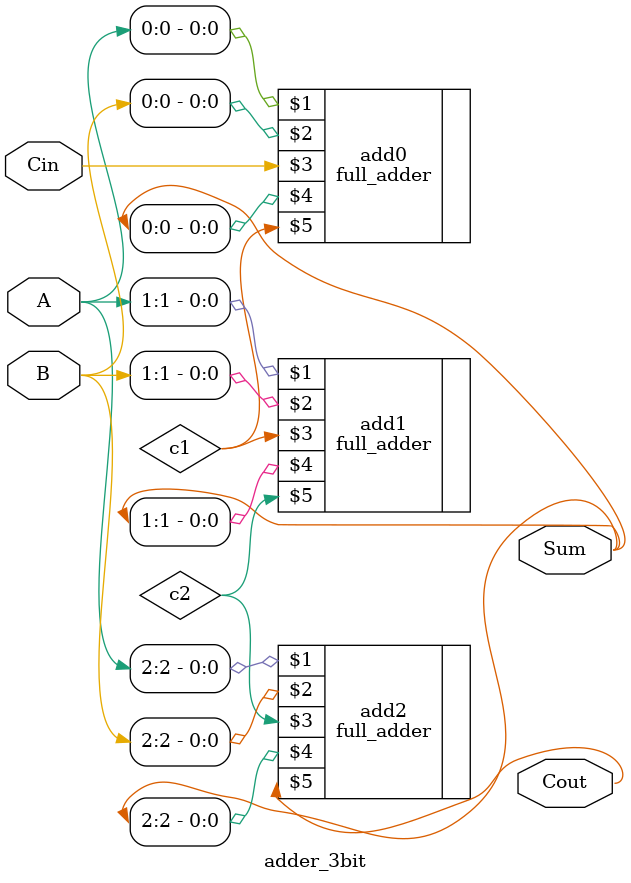
<source format=v>
`timescale 1ns / 1ps
module adder_3bit(
 input wire [2:0] A,
 input wire [2:0] B,
 input wire Cin,
 output wire Cout,
 output wire [2:0] Sum
 );
wire c1, c2;
full_adder add0 (A[0], B[0], Cin ,Sum[0],c1 );
full_adder add1 (A[1], B[1], c1 ,Sum[1],c2 );

full_adder add2 (A[2], B[2], c2 ,Sum[2],Cout );


endmodule

</source>
